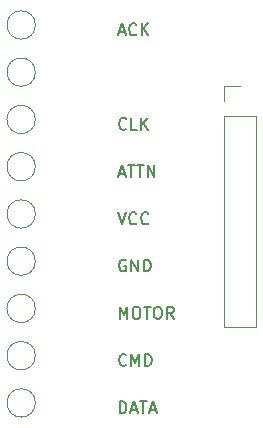
<source format=gbr>
G04 #@! TF.GenerationSoftware,KiCad,Pcbnew,8.0.2*
G04 #@! TF.CreationDate,2024-05-26T13:34:56+02:00*
G04 #@! TF.ProjectId,Playstation 2 breakout 90 degree,506c6179-7374-4617-9469-6f6e20322062,rev?*
G04 #@! TF.SameCoordinates,Original*
G04 #@! TF.FileFunction,Legend,Top*
G04 #@! TF.FilePolarity,Positive*
%FSLAX46Y46*%
G04 Gerber Fmt 4.6, Leading zero omitted, Abs format (unit mm)*
G04 Created by KiCad (PCBNEW 8.0.2) date 2024-05-26 13:34:56*
%MOMM*%
%LPD*%
G01*
G04 APERTURE LIST*
%ADD10C,0.150000*%
%ADD11C,0.120000*%
G04 APERTURE END LIST*
D10*
X164798779Y-90237444D02*
X164798779Y-89237444D01*
X164798779Y-89237444D02*
X165132112Y-89951729D01*
X165132112Y-89951729D02*
X165465445Y-89237444D01*
X165465445Y-89237444D02*
X165465445Y-90237444D01*
X166132112Y-89237444D02*
X166322588Y-89237444D01*
X166322588Y-89237444D02*
X166417826Y-89285063D01*
X166417826Y-89285063D02*
X166513064Y-89380301D01*
X166513064Y-89380301D02*
X166560683Y-89570777D01*
X166560683Y-89570777D02*
X166560683Y-89904110D01*
X166560683Y-89904110D02*
X166513064Y-90094586D01*
X166513064Y-90094586D02*
X166417826Y-90189825D01*
X166417826Y-90189825D02*
X166322588Y-90237444D01*
X166322588Y-90237444D02*
X166132112Y-90237444D01*
X166132112Y-90237444D02*
X166036874Y-90189825D01*
X166036874Y-90189825D02*
X165941636Y-90094586D01*
X165941636Y-90094586D02*
X165894017Y-89904110D01*
X165894017Y-89904110D02*
X165894017Y-89570777D01*
X165894017Y-89570777D02*
X165941636Y-89380301D01*
X165941636Y-89380301D02*
X166036874Y-89285063D01*
X166036874Y-89285063D02*
X166132112Y-89237444D01*
X166846398Y-89237444D02*
X167417826Y-89237444D01*
X167132112Y-90237444D02*
X167132112Y-89237444D01*
X167941636Y-89237444D02*
X168132112Y-89237444D01*
X168132112Y-89237444D02*
X168227350Y-89285063D01*
X168227350Y-89285063D02*
X168322588Y-89380301D01*
X168322588Y-89380301D02*
X168370207Y-89570777D01*
X168370207Y-89570777D02*
X168370207Y-89904110D01*
X168370207Y-89904110D02*
X168322588Y-90094586D01*
X168322588Y-90094586D02*
X168227350Y-90189825D01*
X168227350Y-90189825D02*
X168132112Y-90237444D01*
X168132112Y-90237444D02*
X167941636Y-90237444D01*
X167941636Y-90237444D02*
X167846398Y-90189825D01*
X167846398Y-90189825D02*
X167751160Y-90094586D01*
X167751160Y-90094586D02*
X167703541Y-89904110D01*
X167703541Y-89904110D02*
X167703541Y-89570777D01*
X167703541Y-89570777D02*
X167751160Y-89380301D01*
X167751160Y-89380301D02*
X167846398Y-89285063D01*
X167846398Y-89285063D02*
X167941636Y-89237444D01*
X169370207Y-90237444D02*
X169036874Y-89761253D01*
X168798779Y-90237444D02*
X168798779Y-89237444D01*
X168798779Y-89237444D02*
X169179731Y-89237444D01*
X169179731Y-89237444D02*
X169274969Y-89285063D01*
X169274969Y-89285063D02*
X169322588Y-89332682D01*
X169322588Y-89332682D02*
X169370207Y-89427920D01*
X169370207Y-89427920D02*
X169370207Y-89570777D01*
X169370207Y-89570777D02*
X169322588Y-89666015D01*
X169322588Y-89666015D02*
X169274969Y-89713634D01*
X169274969Y-89713634D02*
X169179731Y-89761253D01*
X169179731Y-89761253D02*
X168798779Y-89761253D01*
X165370207Y-74142205D02*
X165322588Y-74189825D01*
X165322588Y-74189825D02*
X165179731Y-74237444D01*
X165179731Y-74237444D02*
X165084493Y-74237444D01*
X165084493Y-74237444D02*
X164941636Y-74189825D01*
X164941636Y-74189825D02*
X164846398Y-74094586D01*
X164846398Y-74094586D02*
X164798779Y-73999348D01*
X164798779Y-73999348D02*
X164751160Y-73808872D01*
X164751160Y-73808872D02*
X164751160Y-73666015D01*
X164751160Y-73666015D02*
X164798779Y-73475539D01*
X164798779Y-73475539D02*
X164846398Y-73380301D01*
X164846398Y-73380301D02*
X164941636Y-73285063D01*
X164941636Y-73285063D02*
X165084493Y-73237444D01*
X165084493Y-73237444D02*
X165179731Y-73237444D01*
X165179731Y-73237444D02*
X165322588Y-73285063D01*
X165322588Y-73285063D02*
X165370207Y-73332682D01*
X166274969Y-74237444D02*
X165798779Y-74237444D01*
X165798779Y-74237444D02*
X165798779Y-73237444D01*
X166608303Y-74237444D02*
X166608303Y-73237444D01*
X167179731Y-74237444D02*
X166751160Y-73666015D01*
X167179731Y-73237444D02*
X166608303Y-73808872D01*
X165322588Y-85285063D02*
X165227350Y-85237444D01*
X165227350Y-85237444D02*
X165084493Y-85237444D01*
X165084493Y-85237444D02*
X164941636Y-85285063D01*
X164941636Y-85285063D02*
X164846398Y-85380301D01*
X164846398Y-85380301D02*
X164798779Y-85475539D01*
X164798779Y-85475539D02*
X164751160Y-85666015D01*
X164751160Y-85666015D02*
X164751160Y-85808872D01*
X164751160Y-85808872D02*
X164798779Y-85999348D01*
X164798779Y-85999348D02*
X164846398Y-86094586D01*
X164846398Y-86094586D02*
X164941636Y-86189825D01*
X164941636Y-86189825D02*
X165084493Y-86237444D01*
X165084493Y-86237444D02*
X165179731Y-86237444D01*
X165179731Y-86237444D02*
X165322588Y-86189825D01*
X165322588Y-86189825D02*
X165370207Y-86142205D01*
X165370207Y-86142205D02*
X165370207Y-85808872D01*
X165370207Y-85808872D02*
X165179731Y-85808872D01*
X165798779Y-86237444D02*
X165798779Y-85237444D01*
X165798779Y-85237444D02*
X166370207Y-86237444D01*
X166370207Y-86237444D02*
X166370207Y-85237444D01*
X166846398Y-86237444D02*
X166846398Y-85237444D01*
X166846398Y-85237444D02*
X167084493Y-85237444D01*
X167084493Y-85237444D02*
X167227350Y-85285063D01*
X167227350Y-85285063D02*
X167322588Y-85380301D01*
X167322588Y-85380301D02*
X167370207Y-85475539D01*
X167370207Y-85475539D02*
X167417826Y-85666015D01*
X167417826Y-85666015D02*
X167417826Y-85808872D01*
X167417826Y-85808872D02*
X167370207Y-85999348D01*
X167370207Y-85999348D02*
X167322588Y-86094586D01*
X167322588Y-86094586D02*
X167227350Y-86189825D01*
X167227350Y-86189825D02*
X167084493Y-86237444D01*
X167084493Y-86237444D02*
X166846398Y-86237444D01*
X164751160Y-77951729D02*
X165227350Y-77951729D01*
X164655922Y-78237444D02*
X164989255Y-77237444D01*
X164989255Y-77237444D02*
X165322588Y-78237444D01*
X165513065Y-77237444D02*
X166084493Y-77237444D01*
X165798779Y-78237444D02*
X165798779Y-77237444D01*
X166274970Y-77237444D02*
X166846398Y-77237444D01*
X166560684Y-78237444D02*
X166560684Y-77237444D01*
X167179732Y-78237444D02*
X167179732Y-77237444D01*
X167179732Y-77237444D02*
X167751160Y-78237444D01*
X167751160Y-78237444D02*
X167751160Y-77237444D01*
X165370207Y-94142205D02*
X165322588Y-94189825D01*
X165322588Y-94189825D02*
X165179731Y-94237444D01*
X165179731Y-94237444D02*
X165084493Y-94237444D01*
X165084493Y-94237444D02*
X164941636Y-94189825D01*
X164941636Y-94189825D02*
X164846398Y-94094586D01*
X164846398Y-94094586D02*
X164798779Y-93999348D01*
X164798779Y-93999348D02*
X164751160Y-93808872D01*
X164751160Y-93808872D02*
X164751160Y-93666015D01*
X164751160Y-93666015D02*
X164798779Y-93475539D01*
X164798779Y-93475539D02*
X164846398Y-93380301D01*
X164846398Y-93380301D02*
X164941636Y-93285063D01*
X164941636Y-93285063D02*
X165084493Y-93237444D01*
X165084493Y-93237444D02*
X165179731Y-93237444D01*
X165179731Y-93237444D02*
X165322588Y-93285063D01*
X165322588Y-93285063D02*
X165370207Y-93332682D01*
X165798779Y-94237444D02*
X165798779Y-93237444D01*
X165798779Y-93237444D02*
X166132112Y-93951729D01*
X166132112Y-93951729D02*
X166465445Y-93237444D01*
X166465445Y-93237444D02*
X166465445Y-94237444D01*
X166941636Y-94237444D02*
X166941636Y-93237444D01*
X166941636Y-93237444D02*
X167179731Y-93237444D01*
X167179731Y-93237444D02*
X167322588Y-93285063D01*
X167322588Y-93285063D02*
X167417826Y-93380301D01*
X167417826Y-93380301D02*
X167465445Y-93475539D01*
X167465445Y-93475539D02*
X167513064Y-93666015D01*
X167513064Y-93666015D02*
X167513064Y-93808872D01*
X167513064Y-93808872D02*
X167465445Y-93999348D01*
X167465445Y-93999348D02*
X167417826Y-94094586D01*
X167417826Y-94094586D02*
X167322588Y-94189825D01*
X167322588Y-94189825D02*
X167179731Y-94237444D01*
X167179731Y-94237444D02*
X166941636Y-94237444D01*
X164798779Y-98237444D02*
X164798779Y-97237444D01*
X164798779Y-97237444D02*
X165036874Y-97237444D01*
X165036874Y-97237444D02*
X165179731Y-97285063D01*
X165179731Y-97285063D02*
X165274969Y-97380301D01*
X165274969Y-97380301D02*
X165322588Y-97475539D01*
X165322588Y-97475539D02*
X165370207Y-97666015D01*
X165370207Y-97666015D02*
X165370207Y-97808872D01*
X165370207Y-97808872D02*
X165322588Y-97999348D01*
X165322588Y-97999348D02*
X165274969Y-98094586D01*
X165274969Y-98094586D02*
X165179731Y-98189825D01*
X165179731Y-98189825D02*
X165036874Y-98237444D01*
X165036874Y-98237444D02*
X164798779Y-98237444D01*
X165751160Y-97951729D02*
X166227350Y-97951729D01*
X165655922Y-98237444D02*
X165989255Y-97237444D01*
X165989255Y-97237444D02*
X166322588Y-98237444D01*
X166513065Y-97237444D02*
X167084493Y-97237444D01*
X166798779Y-98237444D02*
X166798779Y-97237444D01*
X167370208Y-97951729D02*
X167846398Y-97951729D01*
X167274970Y-98237444D02*
X167608303Y-97237444D01*
X167608303Y-97237444D02*
X167941636Y-98237444D01*
X164655922Y-81237444D02*
X164989255Y-82237444D01*
X164989255Y-82237444D02*
X165322588Y-81237444D01*
X166227350Y-82142205D02*
X166179731Y-82189825D01*
X166179731Y-82189825D02*
X166036874Y-82237444D01*
X166036874Y-82237444D02*
X165941636Y-82237444D01*
X165941636Y-82237444D02*
X165798779Y-82189825D01*
X165798779Y-82189825D02*
X165703541Y-82094586D01*
X165703541Y-82094586D02*
X165655922Y-81999348D01*
X165655922Y-81999348D02*
X165608303Y-81808872D01*
X165608303Y-81808872D02*
X165608303Y-81666015D01*
X165608303Y-81666015D02*
X165655922Y-81475539D01*
X165655922Y-81475539D02*
X165703541Y-81380301D01*
X165703541Y-81380301D02*
X165798779Y-81285063D01*
X165798779Y-81285063D02*
X165941636Y-81237444D01*
X165941636Y-81237444D02*
X166036874Y-81237444D01*
X166036874Y-81237444D02*
X166179731Y-81285063D01*
X166179731Y-81285063D02*
X166227350Y-81332682D01*
X167227350Y-82142205D02*
X167179731Y-82189825D01*
X167179731Y-82189825D02*
X167036874Y-82237444D01*
X167036874Y-82237444D02*
X166941636Y-82237444D01*
X166941636Y-82237444D02*
X166798779Y-82189825D01*
X166798779Y-82189825D02*
X166703541Y-82094586D01*
X166703541Y-82094586D02*
X166655922Y-81999348D01*
X166655922Y-81999348D02*
X166608303Y-81808872D01*
X166608303Y-81808872D02*
X166608303Y-81666015D01*
X166608303Y-81666015D02*
X166655922Y-81475539D01*
X166655922Y-81475539D02*
X166703541Y-81380301D01*
X166703541Y-81380301D02*
X166798779Y-81285063D01*
X166798779Y-81285063D02*
X166941636Y-81237444D01*
X166941636Y-81237444D02*
X167036874Y-81237444D01*
X167036874Y-81237444D02*
X167179731Y-81285063D01*
X167179731Y-81285063D02*
X167227350Y-81332682D01*
X164751160Y-65951729D02*
X165227350Y-65951729D01*
X164655922Y-66237444D02*
X164989255Y-65237444D01*
X164989255Y-65237444D02*
X165322588Y-66237444D01*
X166227350Y-66142205D02*
X166179731Y-66189825D01*
X166179731Y-66189825D02*
X166036874Y-66237444D01*
X166036874Y-66237444D02*
X165941636Y-66237444D01*
X165941636Y-66237444D02*
X165798779Y-66189825D01*
X165798779Y-66189825D02*
X165703541Y-66094586D01*
X165703541Y-66094586D02*
X165655922Y-65999348D01*
X165655922Y-65999348D02*
X165608303Y-65808872D01*
X165608303Y-65808872D02*
X165608303Y-65666015D01*
X165608303Y-65666015D02*
X165655922Y-65475539D01*
X165655922Y-65475539D02*
X165703541Y-65380301D01*
X165703541Y-65380301D02*
X165798779Y-65285063D01*
X165798779Y-65285063D02*
X165941636Y-65237444D01*
X165941636Y-65237444D02*
X166036874Y-65237444D01*
X166036874Y-65237444D02*
X166179731Y-65285063D01*
X166179731Y-65285063D02*
X166227350Y-65332682D01*
X166655922Y-66237444D02*
X166655922Y-65237444D01*
X167227350Y-66237444D02*
X166798779Y-65666015D01*
X167227350Y-65237444D02*
X166655922Y-65808872D01*
D11*
X157662000Y-77367625D02*
G75*
G02*
X155262000Y-77367625I-1200000J0D01*
G01*
X155262000Y-77367625D02*
G75*
G02*
X157662000Y-77367625I1200000J0D01*
G01*
X157662000Y-93367625D02*
G75*
G02*
X155262000Y-93367625I-1200000J0D01*
G01*
X155262000Y-93367625D02*
G75*
G02*
X157662000Y-93367625I1200000J0D01*
G01*
X157662000Y-97367625D02*
G75*
G02*
X155262000Y-97367625I-1200000J0D01*
G01*
X155262000Y-97367625D02*
G75*
G02*
X157662000Y-97367625I1200000J0D01*
G01*
X157662000Y-89367625D02*
G75*
G02*
X155262000Y-89367625I-1200000J0D01*
G01*
X155262000Y-89367625D02*
G75*
G02*
X157662000Y-89367625I1200000J0D01*
G01*
X157662000Y-85367625D02*
G75*
G02*
X155262000Y-85367625I-1200000J0D01*
G01*
X155262000Y-85367625D02*
G75*
G02*
X157662000Y-85367625I1200000J0D01*
G01*
X157662000Y-65367625D02*
G75*
G02*
X155262000Y-65367625I-1200000J0D01*
G01*
X155262000Y-65367625D02*
G75*
G02*
X157662000Y-65367625I1200000J0D01*
G01*
X157662000Y-69367625D02*
G75*
G02*
X155262000Y-69367625I-1200000J0D01*
G01*
X155262000Y-69367625D02*
G75*
G02*
X157662000Y-69367625I1200000J0D01*
G01*
X157662000Y-81367625D02*
G75*
G02*
X155262000Y-81367625I-1200000J0D01*
G01*
X155262000Y-81367625D02*
G75*
G02*
X157662000Y-81367625I1200000J0D01*
G01*
X157662000Y-73367625D02*
G75*
G02*
X155262000Y-73367625I-1200000J0D01*
G01*
X155262000Y-73367625D02*
G75*
G02*
X157662000Y-73367625I1200000J0D01*
G01*
X173674000Y-70501000D02*
X175004000Y-70501000D01*
X173674000Y-71831000D02*
X173674000Y-70501000D01*
X173674000Y-73101000D02*
X173674000Y-90941000D01*
X173674000Y-73101000D02*
X176334000Y-73101000D01*
X173674000Y-90941000D02*
X176334000Y-90941000D01*
X176334000Y-73101000D02*
X176334000Y-90941000D01*
M02*

</source>
